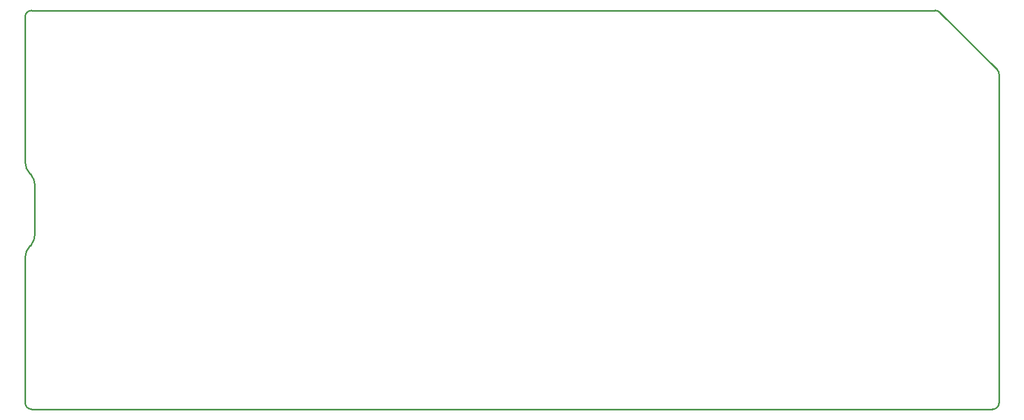
<source format=gm1>
G04*
G04 #@! TF.GenerationSoftware,Altium Limited,Altium Designer,19.0.15 (446)*
G04*
G04 Layer_Color=16711935*
%FSLAX24Y24*%
%MOIN*%
G70*
G01*
G75*
%ADD18C,0.0100*%
D18*
X60630Y0D02*
G03*
X61024Y394I0J394D01*
G01*
X379Y10318D02*
G03*
X600Y10926I-724J607D01*
G01*
Y14075D02*
G03*
X379Y14683I-945J0D01*
G01*
X313Y10253D02*
G03*
X-0Y9496I756J-756D01*
G01*
Y15504D02*
G03*
X313Y14748I1069J0D01*
G01*
X394Y25000D02*
G03*
X0Y24606I0J-394D01*
G01*
Y394D02*
G03*
X394Y0I394J0D01*
G01*
X61024Y21001D02*
G03*
X60906Y21284I-400J0D01*
G01*
X57302Y24883D02*
G03*
X57019Y25000I-283J-283D01*
G01*
X600Y10926D02*
Y14075D01*
X313Y10253D02*
X379Y10318D01*
X313Y14748D02*
X379Y14683D01*
X0Y15504D02*
Y24606D01*
Y394D02*
Y9496D01*
X394Y25000D02*
X57019D01*
X61024Y394D02*
Y21001D01*
X394Y0D02*
X60630D01*
X57304Y24886D02*
X60906Y21284D01*
M02*

</source>
